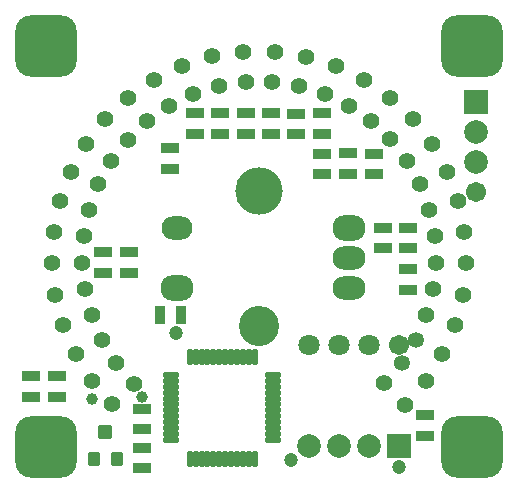
<source format=gts>
G04*
G04 #@! TF.GenerationSoftware,Altium Limited,Altium Designer,21.8.1 (53)*
G04*
G04 Layer_Color=8388736*
%FSLAX44Y44*%
%MOMM*%
G71*
G04*
G04 #@! TF.SameCoordinates,1EBAD2C5-6FE2-4B2B-94EE-1844CA0BE318*
G04*
G04*
G04 #@! TF.FilePolarity,Negative*
G04*
G01*
G75*
%ADD12R,1.5032X0.9032*%
G04:AMPARAMS|DCode=13|XSize=1.2032mm|YSize=1.2032mm|CornerRadius=0.2016mm|HoleSize=0mm|Usage=FLASHONLY|Rotation=0.000|XOffset=0mm|YOffset=0mm|HoleType=Round|Shape=RoundedRectangle|*
%AMROUNDEDRECTD13*
21,1,1.2032,0.8000,0,0,0.0*
21,1,0.8000,1.2032,0,0,0.0*
1,1,0.4032,0.4000,-0.4000*
1,1,0.4032,-0.4000,-0.4000*
1,1,0.4032,-0.4000,0.4000*
1,1,0.4032,0.4000,0.4000*
%
%ADD13ROUNDEDRECTD13*%
G04:AMPARAMS|DCode=14|XSize=1.0032mm|YSize=1.2032mm|CornerRadius=0.1816mm|HoleSize=0mm|Usage=FLASHONLY|Rotation=0.000|XOffset=0mm|YOffset=0mm|HoleType=Round|Shape=RoundedRectangle|*
%AMROUNDEDRECTD14*
21,1,1.0032,0.8400,0,0,0.0*
21,1,0.6400,1.2032,0,0,0.0*
1,1,0.3632,0.3200,-0.4200*
1,1,0.3632,-0.3200,-0.4200*
1,1,0.3632,-0.3200,0.4200*
1,1,0.3632,0.3200,0.4200*
%
%ADD14ROUNDEDRECTD14*%
%ADD15R,0.9032X1.5032*%
G04:AMPARAMS|DCode=16|XSize=1.4032mm|YSize=0.5032mm|CornerRadius=0.1766mm|HoleSize=0mm|Usage=FLASHONLY|Rotation=270.000|XOffset=0mm|YOffset=0mm|HoleType=Round|Shape=RoundedRectangle|*
%AMROUNDEDRECTD16*
21,1,1.4032,0.1500,0,0,270.0*
21,1,1.0500,0.5032,0,0,270.0*
1,1,0.3532,-0.0750,-0.5250*
1,1,0.3532,-0.0750,0.5250*
1,1,0.3532,0.0750,0.5250*
1,1,0.3532,0.0750,-0.5250*
%
%ADD16ROUNDEDRECTD16*%
G04:AMPARAMS|DCode=17|XSize=1.4032mm|YSize=0.5032mm|CornerRadius=0.1766mm|HoleSize=0mm|Usage=FLASHONLY|Rotation=180.000|XOffset=0mm|YOffset=0mm|HoleType=Round|Shape=RoundedRectangle|*
%AMROUNDEDRECTD17*
21,1,1.4032,0.1500,0,0,180.0*
21,1,1.0500,0.5032,0,0,180.0*
1,1,0.3532,-0.5250,0.0750*
1,1,0.3532,0.5250,0.0750*
1,1,0.3532,0.5250,-0.0750*
1,1,0.3532,-0.5250,-0.0750*
%
%ADD17ROUNDEDRECTD17*%
%ADD18C,1.4032*%
%ADD19C,1.3532*%
%ADD20C,4.0032*%
%ADD21C,3.4032*%
%ADD22O,2.8032X2.0032*%
%ADD23O,2.8032X2.2032*%
%ADD24O,2.6032X2.0032*%
G04:AMPARAMS|DCode=25|XSize=5.2032mm|YSize=5.2032mm|CornerRadius=1.3516mm|HoleSize=0mm|Usage=FLASHONLY|Rotation=0.000|XOffset=0mm|YOffset=0mm|HoleType=Round|Shape=RoundedRectangle|*
%AMROUNDEDRECTD25*
21,1,5.2032,2.5000,0,0,0.0*
21,1,2.5000,5.2032,0,0,0.0*
1,1,2.7032,1.2500,-1.2500*
1,1,2.7032,-1.2500,-1.2500*
1,1,2.7032,-1.2500,1.2500*
1,1,2.7032,1.2500,1.2500*
%
%ADD25ROUNDEDRECTD25*%
%ADD26C,2.0032*%
%ADD27R,2.0032X2.0032*%
%ADD28C,1.8032*%
%ADD29C,1.7032*%
%ADD30R,2.0032X2.0032*%
%ADD31C,1.2032*%
%ADD32C,1.0032*%
D12*
X126478Y8366D02*
D03*
X126478Y25866D02*
D03*
X104902Y8368D02*
D03*
X104902Y25868D02*
D03*
X126480Y-26684D02*
D03*
X126480Y-9184D02*
D03*
X140716Y-150636D02*
D03*
Y-133136D02*
D03*
X10160Y105142D02*
D03*
X10160Y122642D02*
D03*
X31496Y104902D02*
D03*
Y122402D02*
D03*
X53340Y105096D02*
D03*
Y122596D02*
D03*
X53340Y71096D02*
D03*
X53340Y88596D02*
D03*
X75184Y71146D02*
D03*
X75184Y88646D02*
D03*
X97282Y71096D02*
D03*
X97282Y88596D02*
D03*
X-98806Y-177814D02*
D03*
Y-160314D02*
D03*
X-171196Y-99862D02*
D03*
Y-117362D02*
D03*
X-193040Y-99862D02*
D03*
X-193040Y-117362D02*
D03*
X-98806Y-127294D02*
D03*
Y-144794D02*
D03*
X-11430Y122896D02*
D03*
Y105396D02*
D03*
X-32766Y122896D02*
D03*
Y105396D02*
D03*
X-54356Y122596D02*
D03*
X-54356Y105096D02*
D03*
X-75692Y92924D02*
D03*
X-75692Y75424D02*
D03*
X-109728Y5040D02*
D03*
X-109728Y-12460D02*
D03*
X-132457Y5220D02*
D03*
X-132457Y-12280D02*
D03*
D13*
X-130048Y-147320D02*
D03*
D14*
X-139446Y-170434D02*
D03*
X-120650D02*
D03*
D15*
X-66066Y-48006D02*
D03*
X-83566D02*
D03*
D16*
X-13674Y-83312D02*
D03*
X-8674D02*
D03*
X-3674D02*
D03*
X-28674D02*
D03*
X-23674D02*
D03*
X-18674D02*
D03*
X-43674D02*
D03*
X-38674D02*
D03*
X-33674D02*
D03*
X-48674D02*
D03*
X-53674D02*
D03*
X-58674D02*
D03*
Y-169672D02*
D03*
X-53674Y-169672D02*
D03*
X-48674D02*
D03*
X-33674D02*
D03*
X-38674D02*
D03*
X-43674Y-169672D02*
D03*
X-18674Y-169672D02*
D03*
X-23674Y-169672D02*
D03*
X-28674Y-169672D02*
D03*
X-3674Y-169672D02*
D03*
X-8674Y-169672D02*
D03*
X-13674Y-169672D02*
D03*
D17*
X12192Y-98806D02*
D03*
X12192Y-103806D02*
D03*
X12192Y-108806D02*
D03*
Y-123806D02*
D03*
Y-118806D02*
D03*
Y-113806D02*
D03*
X12192Y-138806D02*
D03*
X12192Y-133806D02*
D03*
Y-128806D02*
D03*
Y-153806D02*
D03*
Y-148806D02*
D03*
Y-143806D02*
D03*
X-74168Y-143806D02*
D03*
Y-148806D02*
D03*
Y-153806D02*
D03*
Y-128806D02*
D03*
Y-133806D02*
D03*
Y-138806D02*
D03*
Y-113806D02*
D03*
Y-118806D02*
D03*
Y-123806D02*
D03*
Y-108806D02*
D03*
Y-103806D02*
D03*
Y-98806D02*
D03*
D18*
X144018Y41215D02*
D03*
X168438Y48204D02*
D03*
X148599Y18930D02*
D03*
X173795Y22140D02*
D03*
X149752Y-3791D02*
D03*
X175144Y-4433D02*
D03*
X147451Y-26424D02*
D03*
X172453Y-30905D02*
D03*
X141749Y-48449D02*
D03*
X165784Y-56663D02*
D03*
X155291Y-81115D02*
D03*
X141217Y-103696D02*
D03*
X105925Y-105925D02*
D03*
X123885Y-123885D02*
D03*
X11362Y149368D02*
D03*
X13289Y174695D02*
D03*
X33851Y145925D02*
D03*
X39590Y170668D02*
D03*
X55558Y139116D02*
D03*
X64978Y162705D02*
D03*
X75984Y129099D02*
D03*
X88868Y150988D02*
D03*
X94658Y116103D02*
D03*
X110708Y135789D02*
D03*
X111296Y100564D02*
D03*
X130143Y117593D02*
D03*
X125075Y82440D02*
D03*
X146282Y96419D02*
D03*
X136116Y62549D02*
D03*
X159196Y73155D02*
D03*
X-175143Y-4464D02*
D03*
X-149751Y-3817D02*
D03*
X-165774Y-56693D02*
D03*
X-141741Y-48473D02*
D03*
X-155277Y-81142D02*
D03*
X-132765Y-69378D02*
D03*
X-141199Y-103721D02*
D03*
X-120728Y-88684D02*
D03*
X-124208Y-123550D02*
D03*
X-105602Y-106260D02*
D03*
X-172447Y-30935D02*
D03*
X-147446Y-26450D02*
D03*
X-168447Y48174D02*
D03*
X-144026Y41190D02*
D03*
X-173799Y22110D02*
D03*
X-148602Y18905D02*
D03*
X-13334Y174892D02*
D03*
X-11403Y149566D02*
D03*
X-39665Y170856D02*
D03*
X-33921Y146114D02*
D03*
X-65081Y162879D02*
D03*
X-55656Y139292D02*
D03*
X-88996Y151145D02*
D03*
X-76108Y129258D02*
D03*
X-110731Y135770D02*
D03*
X-94678Y116087D02*
D03*
X-130015Y117436D02*
D03*
X-111165Y100410D02*
D03*
X-146299Y96393D02*
D03*
X-125089Y82418D02*
D03*
X-159209Y73127D02*
D03*
X-136127Y62525D02*
D03*
D19*
X132778Y-69355D02*
D03*
X120744Y-88663D02*
D03*
D20*
X0Y57150D02*
D03*
D21*
X0Y-57150D02*
D03*
D22*
X76200Y-25400D02*
D03*
X76200Y0D02*
D03*
D23*
X76200Y25400D02*
D03*
X-69850Y-25400D02*
D03*
D24*
X-69850Y25400D02*
D03*
D25*
X-180000Y180000D02*
D03*
X180000D02*
D03*
Y-160000D02*
D03*
X-180000D02*
D03*
D26*
X41910Y-158750D02*
D03*
X67310D02*
D03*
X92710Y-158750D02*
D03*
X183496Y107188D02*
D03*
X183496Y81788D02*
D03*
D27*
X118110Y-158750D02*
D03*
D28*
X41910Y-73660D02*
D03*
X67310Y-73660D02*
D03*
X92710Y-73660D02*
D03*
D29*
X118110Y-73660D02*
D03*
X183496Y56388D02*
D03*
D30*
X183496Y132588D02*
D03*
D31*
X-70358Y-63754D02*
D03*
X27432Y-170688D02*
D03*
X118110Y-176530D02*
D03*
D32*
X-120650Y-170580D02*
D03*
X-99060Y-117602D02*
D03*
X-141224Y-119126D02*
D03*
M02*

</source>
